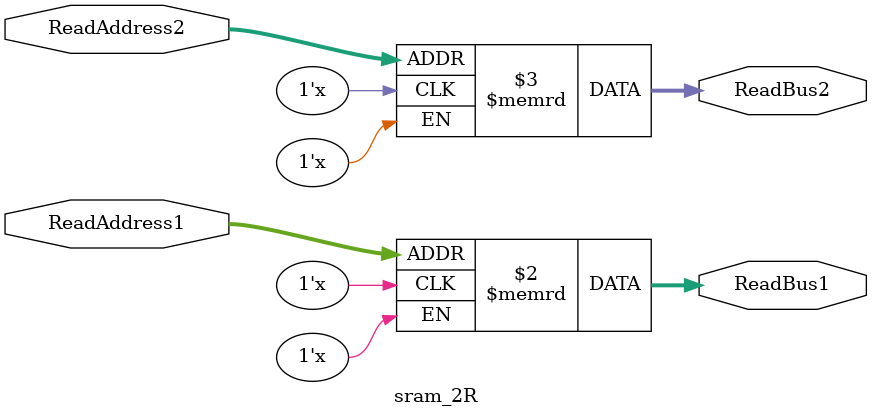
<source format=v>
`timescale 1ns / 1ps
module sram_2R (ReadAddress1, ReadAddress2, ReadBus1, ReadBus2);
input  [12:0]  ReadAddress1, ReadAddress2; // Change as you change size of SRAM
output [127:0] ReadBus1;
output [127:0] ReadBus2;

reg [127:0] Register [0:8191];   // 8192 words, with each 128 bits wide
reg [127:0] ReadBus1;
reg [127:0] ReadBus2;

// Note the 4 ns delay - this is the OUTPUT DELAY FOR THE MEMORY FOR SYNTHESIS
always@(*) 
  begin 
    #4 ReadBus1  =  Register[ReadAddress1];
    ReadBus2  =  Register[ReadAddress2];
  end
endmodule

</source>
